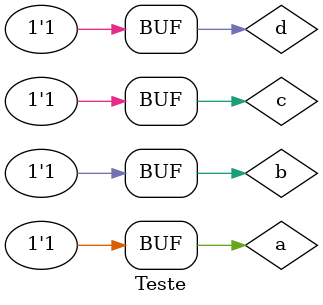
<source format=v>
/*
	  0000 0001 0010 0011 0100 0101 0110 0111 1000 1001 1010 1011 1100 1101 1110 1111
S0 =   0	  1    1    1     0	  0    1    1    0    0    0    1    0    0    0    0	
S1 =	 1	  0    0    0     0	  1    0    0    0    0    1    0    0    0    0    1	
s2 =	 0	  0    0    0     1	  0    0    0    1    1    0    1    1    1    1    0		

  ---h) Montar a equação mais simplificada do sinal S1 pelas propriedades da algebra:
  ---- ~(b+d) + ~(~a+c)

*/
 module saidaS1Algebra(s1,a,b,c,d);
	input a,b,c,d;
	output s1;

   assign s1 = ~(a^b)|~(a^c);
 
   endmodule//saida s1

  module Teste;

	reg a,b,c,d;
	wire s1;

	saidaS1Algebra saida (s1,a,b,c,d);

	initial begin
	a=0; b=0; c=0; d=0;
	end

	initial begin

	#1 $display(" Jorge Luis dos Santos Leal ");
	#1 $display("letra h)");
	#1 $display(" a | b | c | d | s1 ");
	$monitor(" %b | %b | %b | %b |  %b ", a,b,c,d,s1);
		   
    #1  a=0; b=0; c=0; d=1;
    #1  a=0; b=0; c=1; d=0; 
    #1  a=0; b=0; c=1; d=1; 
    #1  a=0; b=1; c=0; d=0; 
    #1  a=0; b=1; c=0; d=1; 
    #1  a=0; b=1; c=1; d=0; 
    #1  a=0; b=1; c=1; d=1; 
    #1  a=1; b=0; c=0; d=0; 
    #1  a=1; b=0; c=0; d=1;
    #1  a=1; b=0; c=1; d=0;
    #1  a=1; b=0; c=1; d=1;
    #1  a=1; b=1; c=0; d=0;
    #1  a=1; b=1; c=0; d=1;
    #1  a=1; b=1; c=1; d=0;
    #1  a=1; b=1; c=1; d=1; 

	end	
   endmodule//teste


</source>
